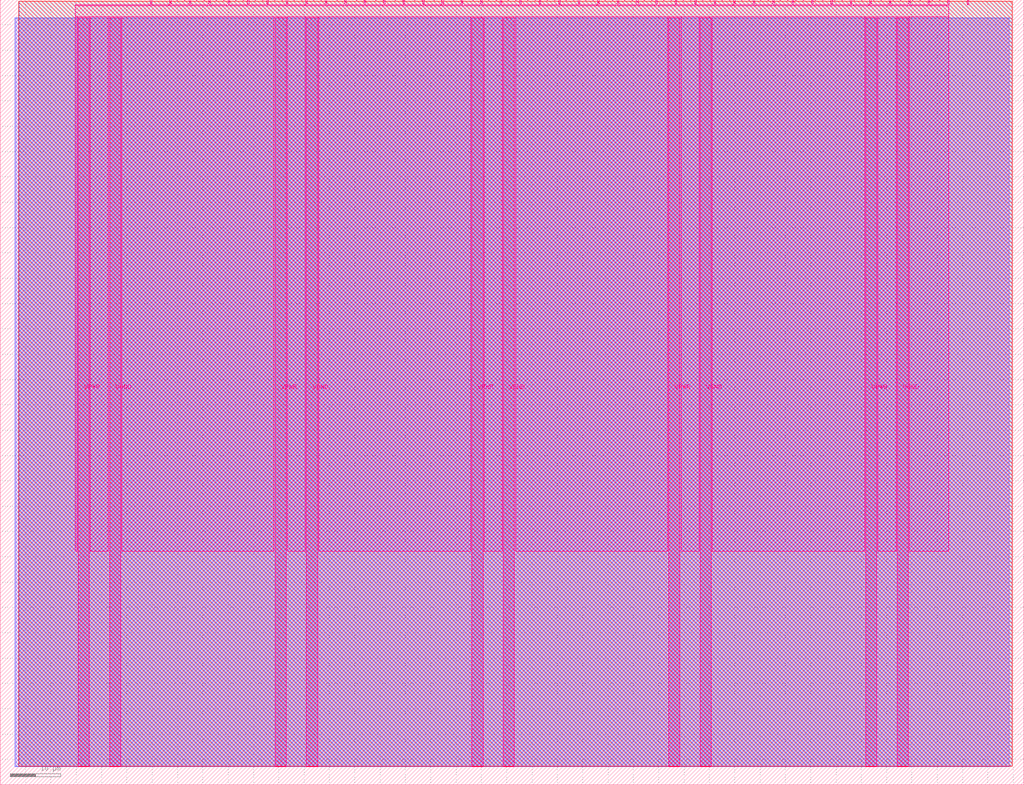
<source format=lef>
VERSION 5.7 ;
  NOWIREEXTENSIONATPIN ON ;
  DIVIDERCHAR "/" ;
  BUSBITCHARS "[]" ;
MACRO tt_um_synth_simple_mm
  CLASS BLOCK ;
  FOREIGN tt_um_synth_simple_mm ;
  ORIGIN 0.000 0.000 ;
  SIZE 202.080 BY 154.980 ;
  PIN VGND
    DIRECTION INOUT ;
    USE GROUND ;
    PORT
      LAYER Metal5 ;
        RECT 21.580 3.560 23.780 151.420 ;
    END
    PORT
      LAYER Metal5 ;
        RECT 60.450 3.560 62.650 151.420 ;
    END
    PORT
      LAYER Metal5 ;
        RECT 99.320 3.560 101.520 151.420 ;
    END
    PORT
      LAYER Metal5 ;
        RECT 138.190 3.560 140.390 151.420 ;
    END
    PORT
      LAYER Metal5 ;
        RECT 177.060 3.560 179.260 151.420 ;
    END
  END VGND
  PIN VPWR
    DIRECTION INOUT ;
    USE POWER ;
    PORT
      LAYER Metal5 ;
        RECT 15.380 3.560 17.580 151.420 ;
    END
    PORT
      LAYER Metal5 ;
        RECT 54.250 3.560 56.450 151.420 ;
    END
    PORT
      LAYER Metal5 ;
        RECT 93.120 3.560 95.320 151.420 ;
    END
    PORT
      LAYER Metal5 ;
        RECT 131.990 3.560 134.190 151.420 ;
    END
    PORT
      LAYER Metal5 ;
        RECT 170.860 3.560 173.060 151.420 ;
    END
  END VPWR
  PIN clk
    DIRECTION INPUT ;
    USE SIGNAL ;
    ANTENNAGATEAREA 0.213200 ;
    PORT
      LAYER Metal5 ;
        RECT 187.050 153.980 187.350 154.980 ;
    END
  END clk
  PIN ena
    DIRECTION INPUT ;
    USE SIGNAL ;
    PORT
      LAYER Metal5 ;
        RECT 190.890 153.980 191.190 154.980 ;
    END
  END ena
  PIN rst_n
    DIRECTION INPUT ;
    USE SIGNAL ;
    ANTENNAGATEAREA 0.426400 ;
    PORT
      LAYER Metal5 ;
        RECT 183.210 153.980 183.510 154.980 ;
    END
  END rst_n
  PIN ui_in[0]
    DIRECTION INPUT ;
    USE SIGNAL ;
    ANTENNAGATEAREA 0.180700 ;
    PORT
      LAYER Metal5 ;
        RECT 179.370 153.980 179.670 154.980 ;
    END
  END ui_in[0]
  PIN ui_in[1]
    DIRECTION INPUT ;
    USE SIGNAL ;
    ANTENNAGATEAREA 0.180700 ;
    PORT
      LAYER Metal5 ;
        RECT 175.530 153.980 175.830 154.980 ;
    END
  END ui_in[1]
  PIN ui_in[2]
    DIRECTION INPUT ;
    USE SIGNAL ;
    ANTENNAGATEAREA 0.180700 ;
    PORT
      LAYER Metal5 ;
        RECT 171.690 153.980 171.990 154.980 ;
    END
  END ui_in[2]
  PIN ui_in[3]
    DIRECTION INPUT ;
    USE SIGNAL ;
    ANTENNAGATEAREA 0.180700 ;
    PORT
      LAYER Metal5 ;
        RECT 167.850 153.980 168.150 154.980 ;
    END
  END ui_in[3]
  PIN ui_in[4]
    DIRECTION INPUT ;
    USE SIGNAL ;
    ANTENNAGATEAREA 0.180700 ;
    PORT
      LAYER Metal5 ;
        RECT 164.010 153.980 164.310 154.980 ;
    END
  END ui_in[4]
  PIN ui_in[5]
    DIRECTION INPUT ;
    USE SIGNAL ;
    PORT
      LAYER Metal5 ;
        RECT 160.170 153.980 160.470 154.980 ;
    END
  END ui_in[5]
  PIN ui_in[6]
    DIRECTION INPUT ;
    USE SIGNAL ;
    PORT
      LAYER Metal5 ;
        RECT 156.330 153.980 156.630 154.980 ;
    END
  END ui_in[6]
  PIN ui_in[7]
    DIRECTION INPUT ;
    USE SIGNAL ;
    PORT
      LAYER Metal5 ;
        RECT 152.490 153.980 152.790 154.980 ;
    END
  END ui_in[7]
  PIN uio_in[0]
    DIRECTION INPUT ;
    USE SIGNAL ;
    ANTENNAGATEAREA 0.180700 ;
    PORT
      LAYER Metal5 ;
        RECT 148.650 153.980 148.950 154.980 ;
    END
  END uio_in[0]
  PIN uio_in[1]
    DIRECTION INPUT ;
    USE SIGNAL ;
    ANTENNAGATEAREA 0.180700 ;
    PORT
      LAYER Metal5 ;
        RECT 144.810 153.980 145.110 154.980 ;
    END
  END uio_in[1]
  PIN uio_in[2]
    DIRECTION INPUT ;
    USE SIGNAL ;
    ANTENNAGATEAREA 0.180700 ;
    PORT
      LAYER Metal5 ;
        RECT 140.970 153.980 141.270 154.980 ;
    END
  END uio_in[2]
  PIN uio_in[3]
    DIRECTION INPUT ;
    USE SIGNAL ;
    ANTENNAGATEAREA 0.180700 ;
    PORT
      LAYER Metal5 ;
        RECT 137.130 153.980 137.430 154.980 ;
    END
  END uio_in[3]
  PIN uio_in[4]
    DIRECTION INPUT ;
    USE SIGNAL ;
    ANTENNAGATEAREA 0.180700 ;
    PORT
      LAYER Metal5 ;
        RECT 133.290 153.980 133.590 154.980 ;
    END
  END uio_in[4]
  PIN uio_in[5]
    DIRECTION INPUT ;
    USE SIGNAL ;
    ANTENNAGATEAREA 0.180700 ;
    PORT
      LAYER Metal5 ;
        RECT 129.450 153.980 129.750 154.980 ;
    END
  END uio_in[5]
  PIN uio_in[6]
    DIRECTION INPUT ;
    USE SIGNAL ;
    ANTENNAGATEAREA 0.180700 ;
    PORT
      LAYER Metal5 ;
        RECT 125.610 153.980 125.910 154.980 ;
    END
  END uio_in[6]
  PIN uio_in[7]
    DIRECTION INPUT ;
    USE SIGNAL ;
    ANTENNAGATEAREA 0.180700 ;
    PORT
      LAYER Metal5 ;
        RECT 121.770 153.980 122.070 154.980 ;
    END
  END uio_in[7]
  PIN uio_oe[0]
    DIRECTION OUTPUT ;
    USE SIGNAL ;
    ANTENNADIFFAREA 0.299200 ;
    PORT
      LAYER Metal5 ;
        RECT 56.490 153.980 56.790 154.980 ;
    END
  END uio_oe[0]
  PIN uio_oe[1]
    DIRECTION OUTPUT ;
    USE SIGNAL ;
    ANTENNADIFFAREA 0.299200 ;
    PORT
      LAYER Metal5 ;
        RECT 52.650 153.980 52.950 154.980 ;
    END
  END uio_oe[1]
  PIN uio_oe[2]
    DIRECTION OUTPUT ;
    USE SIGNAL ;
    ANTENNADIFFAREA 0.299200 ;
    PORT
      LAYER Metal5 ;
        RECT 48.810 153.980 49.110 154.980 ;
    END
  END uio_oe[2]
  PIN uio_oe[3]
    DIRECTION OUTPUT ;
    USE SIGNAL ;
    ANTENNADIFFAREA 0.299200 ;
    PORT
      LAYER Metal5 ;
        RECT 44.970 153.980 45.270 154.980 ;
    END
  END uio_oe[3]
  PIN uio_oe[4]
    DIRECTION OUTPUT ;
    USE SIGNAL ;
    ANTENNADIFFAREA 0.299200 ;
    PORT
      LAYER Metal5 ;
        RECT 41.130 153.980 41.430 154.980 ;
    END
  END uio_oe[4]
  PIN uio_oe[5]
    DIRECTION OUTPUT ;
    USE SIGNAL ;
    ANTENNADIFFAREA 0.299200 ;
    PORT
      LAYER Metal5 ;
        RECT 37.290 153.980 37.590 154.980 ;
    END
  END uio_oe[5]
  PIN uio_oe[6]
    DIRECTION OUTPUT ;
    USE SIGNAL ;
    ANTENNADIFFAREA 0.299200 ;
    PORT
      LAYER Metal5 ;
        RECT 33.450 153.980 33.750 154.980 ;
    END
  END uio_oe[6]
  PIN uio_oe[7]
    DIRECTION OUTPUT ;
    USE SIGNAL ;
    ANTENNADIFFAREA 0.299200 ;
    PORT
      LAYER Metal5 ;
        RECT 29.610 153.980 29.910 154.980 ;
    END
  END uio_oe[7]
  PIN uio_out[0]
    DIRECTION OUTPUT ;
    USE SIGNAL ;
    ANTENNADIFFAREA 0.299200 ;
    PORT
      LAYER Metal5 ;
        RECT 87.210 153.980 87.510 154.980 ;
    END
  END uio_out[0]
  PIN uio_out[1]
    DIRECTION OUTPUT ;
    USE SIGNAL ;
    ANTENNADIFFAREA 0.299200 ;
    PORT
      LAYER Metal5 ;
        RECT 83.370 153.980 83.670 154.980 ;
    END
  END uio_out[1]
  PIN uio_out[2]
    DIRECTION OUTPUT ;
    USE SIGNAL ;
    ANTENNADIFFAREA 0.299200 ;
    PORT
      LAYER Metal5 ;
        RECT 79.530 153.980 79.830 154.980 ;
    END
  END uio_out[2]
  PIN uio_out[3]
    DIRECTION OUTPUT ;
    USE SIGNAL ;
    ANTENNADIFFAREA 0.299200 ;
    PORT
      LAYER Metal5 ;
        RECT 75.690 153.980 75.990 154.980 ;
    END
  END uio_out[3]
  PIN uio_out[4]
    DIRECTION OUTPUT ;
    USE SIGNAL ;
    ANTENNADIFFAREA 0.299200 ;
    PORT
      LAYER Metal5 ;
        RECT 71.850 153.980 72.150 154.980 ;
    END
  END uio_out[4]
  PIN uio_out[5]
    DIRECTION OUTPUT ;
    USE SIGNAL ;
    ANTENNADIFFAREA 0.299200 ;
    PORT
      LAYER Metal5 ;
        RECT 68.010 153.980 68.310 154.980 ;
    END
  END uio_out[5]
  PIN uio_out[6]
    DIRECTION OUTPUT ;
    USE SIGNAL ;
    ANTENNADIFFAREA 0.299200 ;
    PORT
      LAYER Metal5 ;
        RECT 64.170 153.980 64.470 154.980 ;
    END
  END uio_out[6]
  PIN uio_out[7]
    DIRECTION OUTPUT ;
    USE SIGNAL ;
    ANTENNADIFFAREA 0.299200 ;
    PORT
      LAYER Metal5 ;
        RECT 60.330 153.980 60.630 154.980 ;
    END
  END uio_out[7]
  PIN uo_out[0]
    DIRECTION OUTPUT ;
    USE SIGNAL ;
    ANTENNADIFFAREA 0.654800 ;
    PORT
      LAYER Metal5 ;
        RECT 117.930 153.980 118.230 154.980 ;
    END
  END uo_out[0]
  PIN uo_out[1]
    DIRECTION OUTPUT ;
    USE SIGNAL ;
    ANTENNADIFFAREA 0.654800 ;
    PORT
      LAYER Metal5 ;
        RECT 114.090 153.980 114.390 154.980 ;
    END
  END uo_out[1]
  PIN uo_out[2]
    DIRECTION OUTPUT ;
    USE SIGNAL ;
    ANTENNADIFFAREA 0.299200 ;
    PORT
      LAYER Metal5 ;
        RECT 110.250 153.980 110.550 154.980 ;
    END
  END uo_out[2]
  PIN uo_out[3]
    DIRECTION OUTPUT ;
    USE SIGNAL ;
    ANTENNADIFFAREA 0.299200 ;
    PORT
      LAYER Metal5 ;
        RECT 106.410 153.980 106.710 154.980 ;
    END
  END uo_out[3]
  PIN uo_out[4]
    DIRECTION OUTPUT ;
    USE SIGNAL ;
    ANTENNADIFFAREA 0.299200 ;
    PORT
      LAYER Metal5 ;
        RECT 102.570 153.980 102.870 154.980 ;
    END
  END uo_out[4]
  PIN uo_out[5]
    DIRECTION OUTPUT ;
    USE SIGNAL ;
    ANTENNADIFFAREA 0.299200 ;
    PORT
      LAYER Metal5 ;
        RECT 98.730 153.980 99.030 154.980 ;
    END
  END uo_out[5]
  PIN uo_out[6]
    DIRECTION OUTPUT ;
    USE SIGNAL ;
    ANTENNADIFFAREA 0.299200 ;
    PORT
      LAYER Metal5 ;
        RECT 94.890 153.980 95.190 154.980 ;
    END
  END uo_out[6]
  PIN uo_out[7]
    DIRECTION OUTPUT ;
    USE SIGNAL ;
    ANTENNADIFFAREA 0.299200 ;
    PORT
      LAYER Metal5 ;
        RECT 91.050 153.980 91.350 154.980 ;
    END
  END uo_out[7]
  OBS
      LAYER GatPoly ;
        RECT 2.880 3.630 199.200 151.350 ;
      LAYER Metal1 ;
        RECT 2.880 3.560 199.200 151.420 ;
      LAYER Metal2 ;
        RECT 3.085 3.680 199.825 151.300 ;
      LAYER Metal3 ;
        RECT 3.740 3.635 199.780 154.705 ;
      LAYER Metal4 ;
        RECT 3.695 3.680 199.825 154.660 ;
      LAYER Metal5 ;
        RECT 14.780 153.770 29.400 153.980 ;
        RECT 30.120 153.770 33.240 153.980 ;
        RECT 33.960 153.770 37.080 153.980 ;
        RECT 37.800 153.770 40.920 153.980 ;
        RECT 41.640 153.770 44.760 153.980 ;
        RECT 45.480 153.770 48.600 153.980 ;
        RECT 49.320 153.770 52.440 153.980 ;
        RECT 53.160 153.770 56.280 153.980 ;
        RECT 57.000 153.770 60.120 153.980 ;
        RECT 60.840 153.770 63.960 153.980 ;
        RECT 64.680 153.770 67.800 153.980 ;
        RECT 68.520 153.770 71.640 153.980 ;
        RECT 72.360 153.770 75.480 153.980 ;
        RECT 76.200 153.770 79.320 153.980 ;
        RECT 80.040 153.770 83.160 153.980 ;
        RECT 83.880 153.770 87.000 153.980 ;
        RECT 87.720 153.770 90.840 153.980 ;
        RECT 91.560 153.770 94.680 153.980 ;
        RECT 95.400 153.770 98.520 153.980 ;
        RECT 99.240 153.770 102.360 153.980 ;
        RECT 103.080 153.770 106.200 153.980 ;
        RECT 106.920 153.770 110.040 153.980 ;
        RECT 110.760 153.770 113.880 153.980 ;
        RECT 114.600 153.770 117.720 153.980 ;
        RECT 118.440 153.770 121.560 153.980 ;
        RECT 122.280 153.770 125.400 153.980 ;
        RECT 126.120 153.770 129.240 153.980 ;
        RECT 129.960 153.770 133.080 153.980 ;
        RECT 133.800 153.770 136.920 153.980 ;
        RECT 137.640 153.770 140.760 153.980 ;
        RECT 141.480 153.770 144.600 153.980 ;
        RECT 145.320 153.770 148.440 153.980 ;
        RECT 149.160 153.770 152.280 153.980 ;
        RECT 153.000 153.770 156.120 153.980 ;
        RECT 156.840 153.770 159.960 153.980 ;
        RECT 160.680 153.770 163.800 153.980 ;
        RECT 164.520 153.770 167.640 153.980 ;
        RECT 168.360 153.770 171.480 153.980 ;
        RECT 172.200 153.770 175.320 153.980 ;
        RECT 176.040 153.770 179.160 153.980 ;
        RECT 179.880 153.770 183.000 153.980 ;
        RECT 183.720 153.770 186.840 153.980 ;
        RECT 14.780 151.630 187.300 153.770 ;
        RECT 14.780 46.055 15.170 151.630 ;
        RECT 17.790 46.055 21.370 151.630 ;
        RECT 23.990 46.055 54.040 151.630 ;
        RECT 56.660 46.055 60.240 151.630 ;
        RECT 62.860 46.055 92.910 151.630 ;
        RECT 95.530 46.055 99.110 151.630 ;
        RECT 101.730 46.055 131.780 151.630 ;
        RECT 134.400 46.055 137.980 151.630 ;
        RECT 140.600 46.055 170.650 151.630 ;
        RECT 173.270 46.055 176.850 151.630 ;
        RECT 179.470 46.055 187.300 151.630 ;
  END
END tt_um_synth_simple_mm
END LIBRARY


</source>
